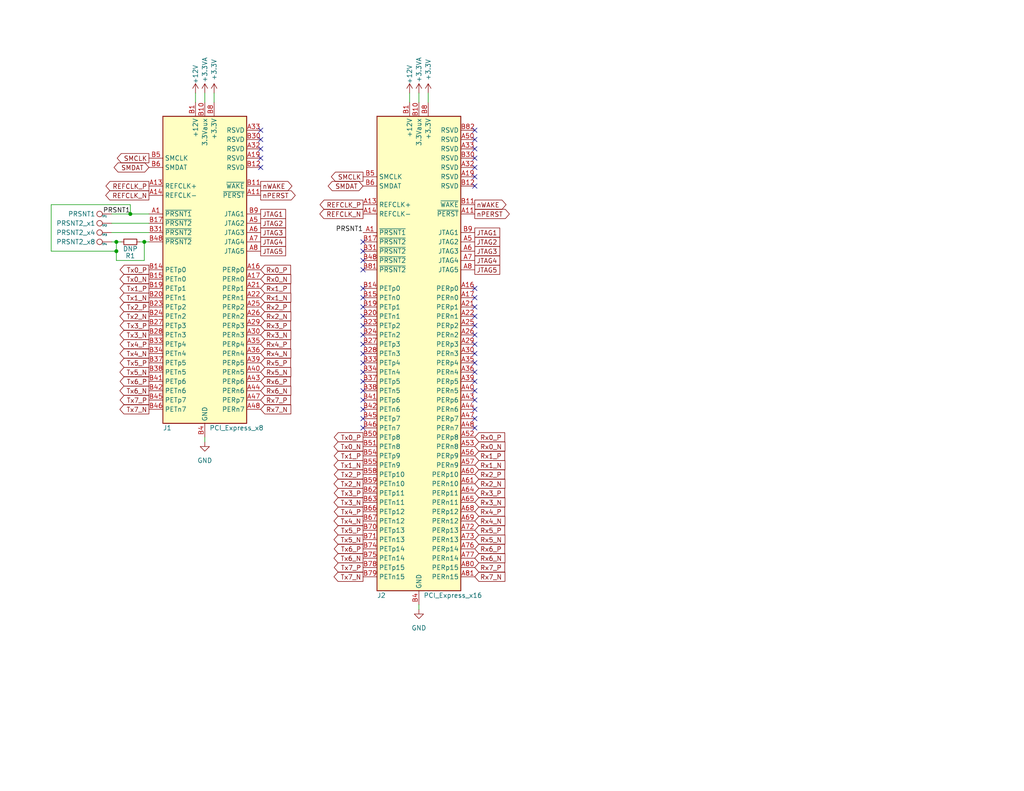
<source format=kicad_sch>
(kicad_sch (version 20230121) (generator eeschema)
  (paper "USLetter")
  (title_block (title "PCI-Express x8 Debifurcator") (rev "A") (company "mwrnd") (comment 1 "github.com/mwrnd/PCIe_x16-to-x8_Debifurcator") (comment 2 "PCIe x16-to-x8 Debifurcator"))
  (lib_symbols
    (symbol "Connector:Bus_PCI_Express_x16"
      (property "Reference" "J" (at -8.89 66.04 0))
      (property "Value" "Bus_PCI_Express_x16" (at 13.97 66.04 0))
      (symbol "Bus_PCI_Express_x16_0_1"
        (rectangle (start -11.43 64.77) (end 11.43 -64.77) (stroke (width 0.254)) (fill (type background)))
      )
      (symbol "Bus_PCI_Express_x16_1_1"
        (pin passive line (at -15.24 33.02 0) (length 3.81) (name "~{PRSNT1}") (number "A1"))
        (pin passive line (at 2.54 68.58 270) (length 3.81) hide (name "+3.3V") (number "A10"))
        (pin input line (at 15.24 38.1 180) (length 3.81) (name "~{PERST}") (number "A11"))
        (pin passive line (at 0 -68.58 90) (length 3.81) hide (name "GND") (number "A12"))
        (pin input line (at -15.24 40.64 0) (length 3.81) (name "REFCLK+") (number "A13"))
        (pin input line (at -15.24 38.1 0) (length 3.81) (name "REFCLK-") (number "A14"))
        (pin passive line (at 0 -68.58 90) (length 3.81) hide (name "GND") (number "A15"))
        (pin output line (at 15.24 17.78 180) (length 3.81) (name "PERp0") (number "A16"))
        (pin output line (at 15.24 15.24 180) (length 3.81) (name "PERn0") (number "A17"))
        (pin passive line (at 0 -68.58 90) (length 3.81) hide (name "GND") (number "A18"))
        (pin passive line (at 15.24 48.26 180) (length 3.81) (name "RSVD") (number "A19"))
        (pin passive line (at -2.54 68.58 270) (length 3.81) hide (name "+12V") (number "A2"))
        (pin passive line (at 0 -68.58 90) (length 3.81) hide (name "GND") (number "A20"))
        (pin output line (at 15.24 12.7 180) (length 3.81) (name "PERp1") (number "A21"))
        (pin output line (at 15.24 10.16 180) (length 3.81) (name "PERn1") (number "A22"))
        (pin passive line (at 0 -68.58 90) (length 3.81) hide (name "GND") (number "A23"))
        (pin passive line (at 0 -68.58 90) (length 3.81) hide (name "GND") (number "A24"))
        (pin output line (at 15.24 7.62 180) (length 3.81) (name "PERp2") (number "A25"))
        (pin output line (at 15.24 5.08 180) (length 3.81) (name "PERn2") (number "A26"))
        (pin passive line (at 0 -68.58 90) (length 3.81) hide (name "GND") (number "A27"))
        (pin passive line (at 0 -68.58 90) (length 3.81) hide (name "GND") (number "A28"))
        (pin output line (at 15.24 2.54 180) (length 3.81) (name "PERp3") (number "A29"))
        (pin passive line (at -2.54 68.58 270) (length 3.81) hide (name "+12V") (number "A3"))
        (pin output line (at 15.24 0 180) (length 3.81) (name "PERn3") (number "A30"))
        (pin passive line (at 0 -68.58 90) (length 3.81) hide (name "GND") (number "A31"))
        (pin passive line (at 15.24 50.8 180) (length 3.81) (name "RSVD") (number "A32"))
        (pin passive line (at 15.24 55.88 180) (length 3.81) (name "RSVD") (number "A33"))
        (pin passive line (at 0 -68.58 90) (length 3.81) hide (name "GND") (number "A34"))
        (pin output line (at 15.24 -2.54 180) (length 3.81) (name "PERp4") (number "A35"))
        (pin output line (at 15.24 -5.08 180) (length 3.81) (name "PERn4") (number "A36"))
        (pin passive line (at 0 -68.58 90) (length 3.81) hide (name "GND") (number "A37"))
        (pin passive line (at 0 -68.58 90) (length 3.81) hide (name "GND") (number "A38"))
        (pin output line (at 15.24 -7.62 180) (length 3.81) (name "PERp5") (number "A39"))
        (pin passive line (at 0 -68.58 90) (length 3.81) hide (name "GND") (number "A4"))
        (pin output line (at 15.24 -10.16 180) (length 3.81) (name "PERn5") (number "A40"))
        (pin passive line (at 0 -68.58 90) (length 3.81) hide (name "GND") (number "A41"))
        (pin passive line (at 0 -68.58 90) (length 3.81) hide (name "GND") (number "A42"))
        (pin output line (at 15.24 -12.7 180) (length 3.81) (name "PERp6") (number "A43"))
        (pin output line (at 15.24 -15.24 180) (length 3.81) (name "PERn6") (number "A44"))
        (pin passive line (at 0 -68.58 90) (length 3.81) hide (name "GND") (number "A45"))
        (pin passive line (at 0 -68.58 90) (length 3.81) hide (name "GND") (number "A46"))
        (pin output line (at 15.24 -17.78 180) (length 3.81) (name "PERp7") (number "A47"))
        (pin output line (at 15.24 -20.32 180) (length 3.81) (name "PERn7") (number "A48"))
        (pin passive line (at 0 -68.58 90) (length 3.81) hide (name "GND") (number "A49"))
        (pin input line (at 15.24 30.48 180) (length 3.81) (name "JTAG2") (number "A5"))
        (pin passive line (at 15.24 58.42 180) (length 3.81) (name "RSVD") (number "A50"))
        (pin passive line (at 0 -68.58 90) (length 3.81) hide (name "GND") (number "A51"))
        (pin output line (at 15.24 -22.86 180) (length 3.81) (name "PERp8") (number "A52"))
        (pin output line (at 15.24 -25.4 180) (length 3.81) (name "PERn8") (number "A53"))
        (pin passive line (at 0 -68.58 90) (length 3.81) hide (name "GND") (number "A54"))
        (pin passive line (at 0 -68.58 90) (length 3.81) hide (name "GND") (number "A55"))
        (pin output line (at 15.24 -27.94 180) (length 3.81) (name "PERp9") (number "A56"))
        (pin output line (at 15.24 -30.48 180) (length 3.81) (name "PERn9") (number "A57"))
        (pin passive line (at 0 -68.58 90) (length 3.81) hide (name "GND") (number "A58"))
        (pin passive line (at 0 -68.58 90) (length 3.81) hide (name "GND") (number "A59"))
        (pin input line (at 15.24 27.94 180) (length 3.81) (name "JTAG3") (number "A6"))
        (pin output line (at 15.24 -33.02 180) (length 3.81) (name "PERp10") (number "A60"))
        (pin output line (at 15.24 -35.56 180) (length 3.81) (name "PERn10") (number "A61"))
        (pin passive line (at 0 -68.58 90) (length 3.81) hide (name "GND") (number "A62"))
        (pin passive line (at 0 -68.58 90) (length 3.81) hide (name "GND") (number "A63"))
        (pin output line (at 15.24 -38.1 180) (length 3.81) (name "PERp11") (number "A64"))
        (pin output line (at 15.24 -40.64 180) (length 3.81) (name "PERn11") (number "A65"))
        (pin passive line (at 0 -68.58 90) (length 3.81) hide (name "GND") (number "A66"))
        (pin passive line (at 0 -68.58 90) (length 3.81) hide (name "GND") (number "A67"))
        (pin output line (at 15.24 -43.18 180) (length 3.81) (name "PERp12") (number "A68"))
        (pin output line (at 15.24 -45.72 180) (length 3.81) (name "PERn12") (number "A69"))
        (pin output line (at 15.24 25.4 180) (length 3.81) (name "JTAG4") (number "A7"))
        (pin passive line (at 0 -68.58 90) (length 3.81) hide (name "GND") (number "A70"))
        (pin passive line (at 0 -68.58 90) (length 3.81) hide (name "GND") (number "A71"))
        (pin output line (at 15.24 -48.26 180) (length 3.81) (name "PERp13") (number "A72"))
        (pin output line (at 15.24 -50.8 180) (length 3.81) (name "PERn13") (number "A73"))
        (pin passive line (at 0 -68.58 90) (length 3.81) hide (name "GND") (number "A74"))
        (pin passive line (at 0 -68.58 90) (length 3.81) hide (name "GND") (number "A75"))
        (pin output line (at 15.24 -53.34 180) (length 3.81) (name "PERp14") (number "A76"))
        (pin output line (at 15.24 -55.88 180) (length 3.81) (name "PERn14") (number "A77"))
        (pin passive line (at 0 -68.58 90) (length 3.81) hide (name "GND") (number "A78"))
        (pin passive line (at 0 -68.58 90) (length 3.81) hide (name "GND") (number "A79"))
        (pin input line (at 15.24 22.86 180) (length 3.81) (name "JTAG5") (number "A8"))
        (pin output line (at 15.24 -58.42 180) (length 3.81) (name "PERp15") (number "A80"))
        (pin output line (at 15.24 -60.96 180) (length 3.81) (name "PERn15") (number "A81"))
        (pin passive line (at 0 -68.58 90) (length 3.81) hide (name "GND") (number "A82"))
        (pin passive line (at 2.54 68.58 270) (length 3.81) hide (name "+3.3V") (number "A9"))
        (pin power_in line (at -2.54 68.58 270) (length 3.81) (name "+12V") (number "B1"))
        (pin power_in line (at 0 68.58 270) (length 3.81) (name "3.3Vaux") (number "B10"))
        (pin open_collector line (at 15.24 40.64 180) (length 3.81) (name "~{WAKE}") (number "B11"))
        (pin passive line (at 15.24 45.72 180) (length 3.81) (name "RSVD") (number "B12"))
        (pin passive line (at 0 -68.58 90) (length 3.81) hide (name "GND") (number "B13"))
        (pin input line (at -15.24 17.78 0) (length 3.81) (name "PETp0") (number "B14"))
        (pin input line (at -15.24 15.24 0) (length 3.81) (name "PETn0") (number "B15"))
        (pin passive line (at 0 -68.58 90) (length 3.81) hide (name "GND") (number "B16"))
        (pin passive line (at -15.24 30.48 0) (length 3.81) (name "~{PRSNT2}") (number "B17"))
        (pin passive line (at 0 -68.58 90) (length 3.81) hide (name "GND") (number "B18"))
        (pin input line (at -15.24 12.7 0) (length 3.81) (name "PETp1") (number "B19"))
        (pin passive line (at -2.54 68.58 270) (length 3.81) hide (name "+12V") (number "B2"))
        (pin input line (at -15.24 10.16 0) (length 3.81) (name "PETn1") (number "B20"))
        (pin passive line (at 0 -68.58 90) (length 3.81) hide (name "GND") (number "B21"))
        (pin passive line (at 0 -68.58 90) (length 3.81) hide (name "GND") (number "B22"))
        (pin input line (at -15.24 7.62 0) (length 3.81) (name "PETp2") (number "B23"))
        (pin input line (at -15.24 5.08 0) (length 3.81) (name "PETn2") (number "B24"))
        (pin passive line (at 0 -68.58 90) (length 3.81) hide (name "GND") (number "B25"))
        (pin passive line (at 0 -68.58 90) (length 3.81) hide (name "GND") (number "B26"))
        (pin input line (at -15.24 2.54 0) (length 3.81) (name "PETp3") (number "B27"))
        (pin input line (at -15.24 0 0) (length 3.81) (name "PETn3") (number "B28"))
        (pin passive line (at 0 -68.58 90) (length 3.81) hide (name "GND") (number "B29"))
        (pin passive line (at -2.54 68.58 270) (length 3.81) hide (name "+12V") (number "B3"))
        (pin passive line (at 15.24 53.34 180) (length 3.81) (name "RSVD") (number "B30"))
        (pin passive line (at -15.24 27.94 0) (length 3.81) (name "~{PRSNT2}") (number "B31"))
        (pin passive line (at 0 -68.58 90) (length 3.81) hide (name "GND") (number "B32"))
        (pin input line (at -15.24 -2.54 0) (length 3.81) (name "PETp4") (number "B33"))
        (pin input line (at -15.24 -5.08 0) (length 3.81) (name "PETn4") (number "B34"))
        (pin passive line (at 0 -68.58 90) (length 3.81) hide (name "GND") (number "B35"))
        (pin passive line (at 0 -68.58 90) (length 3.81) hide (name "GND") (number "B36"))
        (pin input line (at -15.24 -7.62 0) (length 3.81) (name "PETp5") (number "B37"))
        (pin input line (at -15.24 -10.16 0) (length 3.81) (name "PETn5") (number "B38"))
        (pin passive line (at 0 -68.58 90) (length 3.81) hide (name "GND") (number "B39"))
        (pin power_in line (at 0 -68.58 90) (length 3.81) (name "GND") (number "B4"))
        (pin passive line (at 0 -68.58 90) (length 3.81) hide (name "GND") (number "B40"))
        (pin input line (at -15.24 -12.7 0) (length 3.81) (name "PETp6") (number "B41"))
        (pin input line (at -15.24 -15.24 0) (length 3.81) (name "PETn6") (number "B42"))
        (pin passive line (at 0 -68.58 90) (length 3.81) hide (name "GND") (number "B43"))
        (pin passive line (at 0 -68.58 90) (length 3.81) hide (name "GND") (number "B44"))
        (pin input line (at -15.24 -17.78 0) (length 3.81) (name "PETp7") (number "B45"))
        (pin input line (at -15.24 -20.32 0) (length 3.81) (name "PETn7") (number "B46"))
        (pin passive line (at 0 -68.58 90) (length 3.81) hide (name "GND") (number "B47"))
        (pin passive line (at -15.24 25.4 0) (length 3.81) (name "~{PRSNT2}") (number "B48"))
        (pin passive line (at 0 -68.58 90) (length 3.81) hide (name "GND") (number "B49"))
        (pin input line (at -15.24 48.26 0) (length 3.81) (name "SMCLK") (number "B5"))
        (pin input line (at -15.24 -22.86 0) (length 3.81) (name "PETp8") (number "B50"))
        (pin input line (at -15.24 -25.4 0) (length 3.81) (name "PETn8") (number "B51"))
        (pin passive line (at 0 -68.58 90) (length 3.81) hide (name "GND") (number "B52"))
        (pin passive line (at 0 -68.58 90) (length 3.81) hide (name "GND") (number "B53"))
        (pin input line (at -15.24 -27.94 0) (length 3.81) (name "PETp9") (number "B54"))
        (pin input line (at -15.24 -30.48 0) (length 3.81) (name "PETn9") (number "B55"))
        (pin passive line (at 0 -68.58 90) (length 3.81) hide (name "GND") (number "B56"))
        (pin passive line (at 0 -68.58 90) (length 3.81) hide (name "GND") (number "B57"))
        (pin input line (at -15.24 -33.02 0) (length 3.81) (name "PETp10") (number "B58"))
        (pin input line (at -15.24 -35.56 0) (length 3.81) (name "PETn10") (number "B59"))
        (pin bidirectional line (at -15.24 45.72 0) (length 3.81) (name "SMDAT") (number "B6"))
        (pin passive line (at 0 -68.58 90) (length 3.81) hide (name "GND") (number "B60"))
        (pin passive line (at 0 -68.58 90) (length 3.81) hide (name "GND") (number "B61"))
        (pin input line (at -15.24 -38.1 0) (length 3.81) (name "PETp11") (number "B62"))
        (pin input line (at -15.24 -40.64 0) (length 3.81) (name "PETn11") (number "B63"))
        (pin passive line (at 0 -68.58 90) (length 3.81) hide (name "GND") (number "B64"))
        (pin passive line (at 0 -68.58 90) (length 3.81) hide (name "GND") (number "B65"))
        (pin input line (at -15.24 -43.18 0) (length 3.81) (name "PETp12") (number "B66"))
        (pin input line (at -15.24 -45.72 0) (length 3.81) (name "PETn12") (number "B67"))
        (pin passive line (at 0 -68.58 90) (length 3.81) hide (name "GND") (number "B68"))
        (pin passive line (at 0 -68.58 90) (length 3.81) hide (name "GND") (number "B69"))
        (pin passive line (at 0 -68.58 90) (length 3.81) hide (name "GND") (number "B7"))
        (pin input line (at -15.24 -48.26 0) (length 3.81) (name "PETp13") (number "B70"))
        (pin input line (at -15.24 -50.8 0) (length 3.81) (name "PETn13") (number "B71"))
        (pin passive line (at 0 -68.58 90) (length 3.81) hide (name "GND") (number "B72"))
        (pin passive line (at 0 -68.58 90) (length 3.81) hide (name "GND") (number "B73"))
        (pin input line (at -15.24 -53.34 0) (length 3.81) (name "PETp14") (number "B74"))
        (pin input line (at -15.24 -55.88 0) (length 3.81) (name "PETn14") (number "B75"))
        (pin passive line (at 0 -68.58 90) (length 3.81) hide (name "GND") (number "B76"))
        (pin passive line (at 0 -68.58 90) (length 3.81) hide (name "GND") (number "B77"))
        (pin input line (at -15.24 -58.42 0) (length 3.81) (name "PETp15") (number "B78"))
        (pin input line (at -15.24 -60.96 0) (length 3.81) (name "PETn15") (number "B79"))
        (pin power_in line (at 2.54 68.58 270) (length 3.81) (name "+3.3V") (number "B8"))
        (pin passive line (at 0 -68.58 90) (length 3.81) hide (name "GND") (number "B80"))
        (pin passive line (at -15.24 22.86 0) (length 3.81) (name "~{PRSNT2}") (number "B81"))
        (pin passive line (at 15.24 60.96 180) (length 3.81) (name "RSVD") (number "B82"))
        (pin input line (at 15.24 33.02 180) (length 3.81) (name "JTAG1") (number "B9"))
      )
    )
    (symbol "Connector:Bus_PCI_Express_x8"
      (property "Reference" "J1" (at -11.43 -43.18 0))
      (property "Value" "PCI_Express_x8" (at 1.27 -43.18 0))
      (symbol "Bus_PCI_Express_x8_0_1"
        (rectangle (start -11.43 41.91) (end 11.43 -41.91) (stroke (width 0.254)) (fill (type background)))
      )
      (symbol "Bus_PCI_Express_x8_1_1"
        (pin passive line (at -15.24 15.24 0) (length 3.81) (name "~{PRSNT1}") (number "A1"))
        (pin passive line (at 2.54 45.72 270) (length 3.81) hide (name "+3.3V") (number "A10"))
        (pin input line (at 15.24 20.32 180) (length 3.81) (name "~{PERST}") (number "A11"))
        (pin passive line (at 0 -45.72 90) (length 3.81) hide (name "GND") (number "A12"))
        (pin input line (at -15.24 22.86 0) (length 3.81) (name "REFCLK+") (number "A13"))
        (pin input line (at -15.24 20.32 0) (length 3.81) (name "REFCLK-") (number "A14"))
        (pin passive line (at 0 -45.72 90) (length 3.81) hide (name "GND") (number "A15"))
        (pin output line (at 15.24 0 180) (length 3.81) (name "PERp0") (number "A16"))
        (pin output line (at 15.24 -2.54 180) (length 3.81) (name "PERn0") (number "A17"))
        (pin passive line (at 0 -45.72 90) (length 3.81) hide (name "GND") (number "A18"))
        (pin passive line (at 15.24 30.48 180) (length 3.81) (name "RSVD") (number "A19"))
        (pin passive line (at -2.54 45.72 270) (length 3.81) hide (name "+12V") (number "A2"))
        (pin passive line (at 0 -45.72 90) (length 3.81) hide (name "GND") (number "A20"))
        (pin output line (at 15.24 -5.08 180) (length 3.81) (name "PERp1") (number "A21"))
        (pin output line (at 15.24 -7.62 180) (length 3.81) (name "PERn1") (number "A22"))
        (pin passive line (at 0 -45.72 90) (length 3.81) hide (name "GND") (number "A23"))
        (pin passive line (at 0 -45.72 90) (length 3.81) hide (name "GND") (number "A24"))
        (pin output line (at 15.24 -10.16 180) (length 3.81) (name "PERp2") (number "A25"))
        (pin output line (at 15.24 -12.7 180) (length 3.81) (name "PERn2") (number "A26"))
        (pin passive line (at 0 -45.72 90) (length 3.81) hide (name "GND") (number "A27"))
        (pin passive line (at 0 -45.72 90) (length 3.81) hide (name "GND") (number "A28"))
        (pin output line (at 15.24 -15.24 180) (length 3.81) (name "PERp3") (number "A29"))
        (pin passive line (at -2.54 45.72 270) (length 3.81) hide (name "+12V") (number "A3"))
        (pin output line (at 15.24 -17.78 180) (length 3.81) (name "PERn3") (number "A30"))
        (pin passive line (at 0 -45.72 90) (length 3.81) hide (name "GND") (number "A31"))
        (pin passive line (at 15.24 33.02 180) (length 3.81) (name "RSVD") (number "A32"))
        (pin passive line (at 15.24 38.1 180) (length 3.81) (name "RSVD") (number "A33"))
        (pin passive line (at 0 -45.72 90) (length 3.81) hide (name "GND") (number "A34"))
        (pin output line (at 15.24 -20.32 180) (length 3.81) (name "PERp4") (number "A35"))
        (pin output line (at 15.24 -22.86 180) (length 3.81) (name "PERn4") (number "A36"))
        (pin passive line (at 0 -45.72 90) (length 3.81) hide (name "GND") (number "A37"))
        (pin passive line (at 0 -45.72 90) (length 3.81) hide (name "GND") (number "A38"))
        (pin output line (at 15.24 -25.4 180) (length 3.81) (name "PERp5") (number "A39"))
        (pin passive line (at 0 -45.72 90) (length 3.81) hide (name "GND") (number "A4"))
        (pin output line (at 15.24 -27.94 180) (length 3.81) (name "PERn5") (number "A40"))
        (pin passive line (at 0 -45.72 90) (length 3.81) hide (name "GND") (number "A41"))
        (pin passive line (at 0 -45.72 90) (length 3.81) hide (name "GND") (number "A42"))
        (pin output line (at 15.24 -30.48 180) (length 3.81) (name "PERp6") (number "A43"))
        (pin output line (at 15.24 -33.02 180) (length 3.81) (name "PERn6") (number "A44"))
        (pin passive line (at 0 -45.72 90) (length 3.81) hide (name "GND") (number "A45"))
        (pin passive line (at 0 -45.72 90) (length 3.81) hide (name "GND") (number "A46"))
        (pin output line (at 15.24 -35.56 180) (length 3.81) (name "PERp7") (number "A47"))
        (pin output line (at 15.24 -38.1 180) (length 3.81) (name "PERn7") (number "A48"))
        (pin passive line (at 0 -45.72 90) (length 3.81) hide (name "GND") (number "A49"))
        (pin input line (at 15.24 12.7 180) (length 3.81) (name "JTAG2") (number "A5"))
        (pin input line (at 15.24 10.16 180) (length 3.81) (name "JTAG3") (number "A6"))
        (pin output line (at 15.24 7.62 180) (length 3.81) (name "JTAG4") (number "A7"))
        (pin input line (at 15.24 5.08 180) (length 3.81) (name "JTAG5") (number "A8"))
        (pin passive line (at 2.54 45.72 270) (length 3.81) hide (name "+3.3V") (number "A9"))
        (pin power_in line (at -2.54 45.72 270) (length 3.81) (name "+12V") (number "B1"))
        (pin power_in line (at 0 45.72 270) (length 3.81) (name "3.3Vaux") (number "B10"))
        (pin open_collector line (at 15.24 22.86 180) (length 3.81) (name "~{WAKE}") (number "B11"))
        (pin passive line (at 15.24 27.94 180) (length 3.81) (name "RSVD") (number "B12"))
        (pin passive line (at 0 -45.72 90) (length 3.81) hide (name "GND") (number "B13"))
        (pin input line (at -15.24 0 0) (length 3.81) (name "PETp0") (number "B14"))
        (pin input line (at -15.24 -2.54 0) (length 3.81) (name "PETn0") (number "B15"))
        (pin passive line (at 0 -45.72 90) (length 3.81) hide (name "GND") (number "B16"))
        (pin passive line (at -15.24 12.7 0) (length 3.81) (name "~{PRSNT2}") (number "B17"))
        (pin passive line (at 0 -45.72 90) (length 3.81) hide (name "GND") (number "B18"))
        (pin input line (at -15.24 -5.08 0) (length 3.81) (name "PETp1") (number "B19"))
        (pin passive line (at -2.54 45.72 270) (length 3.81) hide (name "+12V") (number "B2"))
        (pin input line (at -15.24 -7.62 0) (length 3.81) (name "PETn1") (number "B20"))
        (pin passive line (at 0 -45.72 90) (length 3.81) hide (name "GND") (number "B21"))
        (pin passive line (at 0 -45.72 90) (length 3.81) hide (name "GND") (number "B22"))
        (pin input line (at -15.24 -10.16 0) (length 3.81) (name "PETp2") (number "B23"))
        (pin input line (at -15.24 -12.7 0) (length 3.81) (name "PETn2") (number "B24"))
        (pin passive line (at 0 -45.72 90) (length 3.81) hide (name "GND") (number "B25"))
        (pin passive line (at 0 -45.72 90) (length 3.81) hide (name "GND") (number "B26"))
        (pin input line (at -15.24 -15.24 0) (length 3.81) (name "PETp3") (number "B27"))
        (pin input line (at -15.24 -17.78 0) (length 3.81) (name "PETn3") (number "B28"))
        (pin passive line (at 0 -45.72 90) (length 3.81) hide (name "GND") (number "B29"))
        (pin passive line (at -2.54 45.72 270) (length 3.81) hide (name "+12V") (number "B3"))
        (pin passive line (at 15.24 35.56 180) (length 3.81) (name "RSVD") (number "B30"))
        (pin passive line (at -15.24 10.16 0) (length 3.81) (name "~{PRSNT2}") (number "B31"))
        (pin passive line (at 0 -45.72 90) (length 3.81) hide (name "GND") (number "B32"))
        (pin input line (at -15.24 -20.32 0) (length 3.81) (name "PETp4") (number "B33"))
        (pin input line (at -15.24 -22.86 0) (length 3.81) (name "PETn4") (number "B34"))
        (pin passive line (at 0 -45.72 90) (length 3.81) hide (name "GND") (number "B35"))
        (pin passive line (at 0 -45.72 90) (length 3.81) hide (name "GND") (number "B36"))
        (pin input line (at -15.24 -25.4 0) (length 3.81) (name "PETp5") (number "B37"))
        (pin input line (at -15.24 -27.94 0) (length 3.81) (name "PETn5") (number "B38"))
        (pin passive line (at 0 -45.72 90) (length 3.81) hide (name "GND") (number "B39"))
        (pin power_out line (at 0 -45.72 90) (length 3.81) (name "GND") (number "B4"))
        (pin passive line (at 0 -45.72 90) (length 3.81) hide (name "GND") (number "B40"))
        (pin input line (at -15.24 -30.48 0) (length 3.81) (name "PETp6") (number "B41"))
        (pin input line (at -15.24 -33.02 0) (length 3.81) (name "PETn6") (number "B42"))
        (pin passive line (at 0 -45.72 90) (length 3.81) hide (name "GND") (number "B43"))
        (pin passive line (at 0 -45.72 90) (length 3.81) hide (name "GND") (number "B44"))
        (pin input line (at -15.24 -35.56 0) (length 3.81) (name "PETp7") (number "B45"))
        (pin input line (at -15.24 -38.1 0) (length 3.81) (name "PETn7") (number "B46"))
        (pin passive line (at 0 -45.72 90) (length 3.81) hide (name "GND") (number "B47"))
        (pin passive line (at -15.24 7.62 0) (length 3.81) (name "~{PRSNT2}") (number "B48"))
        (pin passive line (at 0 -45.72 90) (length 3.81) hide (name "GND") (number "B49"))
        (pin input line (at -15.24 30.48 0) (length 3.81) (name "SMCLK") (number "B5"))
        (pin bidirectional line (at -15.24 27.94 0) (length 3.81) (name "SMDAT") (number "B6"))
        (pin passive line (at 0 -45.72 90) (length 3.81) hide (name "GND") (number "B7"))
        (pin power_out line (at 2.54 45.72 270) (length 3.81) (name "+3.3V") (number "B8"))
        (pin input line (at 15.24 15.24 180) (length 3.81) (name "JTAG1") (number "B9"))
      )
    )
    (symbol "Connector:TestPoint" (pin_numbers hide) (pin_names (offset 0.762) hide)
      (property "Reference" "TP" (at 0 6.858 0))
      (property "Value" "TestPoint" (at 0 5.08 0))
      (symbol "TestPoint_0_1"
        (circle (center 0 3.302) (radius 0.762))
      )
      (symbol "TestPoint_1_1"
        (pin passive line (at 0 0 90) (length 2.54) (name "1") (number "1"))
      )
    )
    (symbol "Device:R_Small" (pin_numbers hide) (pin_names (offset 0.254) hide)
      (property "Reference" "R" (at 0.762 0.508 0))
      (property "Value" "R_Small" (at 0.762 -1.016 0))
      (symbol "R_Small_0_1"
        (rectangle (start -0.762 1.778) (end 0.762 -1.778) (stroke (width 0.2032)))
      )
      (symbol "R_Small_1_1"
        (pin passive line (at 0 2.54 270) (length 0.762) (name "~") (number "1"))
        (pin passive line (at 0 -2.54 90) (length 0.762) (name "~") (number "2"))
      )
    )
    (symbol "power:+12V" (power) (pin_names (offset 0))
      (property "Value" "+12V" (at 0 3.556 0))
      (symbol "+12V_0_1"
        (polyline (pts (xy -0.762 1.27) (xy 0 2.54)))
        (polyline (pts (xy 0 0) (xy 0 2.54)))
        (polyline (pts (xy 0 2.54) (xy 0.762 1.27)))
      )
      (symbol "+12V_1_1"
        (pin power_in line (at 0 0 90) (length 0) hide (name "+12V") (number "1"))
      )
    )
    (symbol "power:+3.3V" (power) (pin_names (offset 0))
      (property "Value" "+3.3V" (at 0 3.556 0))
      (symbol "+3.3V_0_1"
        (polyline (pts (xy -0.762 1.27) (xy 0 2.54)))
        (polyline (pts (xy 0 0) (xy 0 2.54)))
        (polyline (pts (xy 0 2.54) (xy 0.762 1.27)))
      )
      (symbol "+3.3V_1_1"
        (pin power_in line (at 0 0 90) (length 0) hide (name "+3.3V") (number "1"))
      )
    )
    (symbol "power:+3.3VA" (power) (pin_names (offset 0))
      (property "Value" "+3.3VA" (at 0 3.556 0))
      (symbol "+3.3VA_0_1"
        (polyline (pts (xy -0.762 1.27) (xy 0 2.54)))
        (polyline (pts (xy 0 0) (xy 0 2.54)))
        (polyline (pts (xy 0 2.54) (xy 0.762 1.27)))
      )
      (symbol "+3.3VA_1_1"
        (pin power_in line (at 0 0 90) (length 0) hide (name "+3.3VA") (number "1"))
      )
    )
    (symbol "power:GND" (power) (pin_names (offset 0))
      (property "Value" "GND" (at 0 -3.81 0))
      (symbol "GND_0_1"
        (polyline (pts (xy 0 0) (xy 0 -1.27) (xy 1.27 -1.27) (xy 0 -2.54) (xy -1.27 -1.27) (xy 0 -1.27)))
      )
      (symbol "GND_1_1"
        (pin power_in line (at 0 0 270) (length 0) hide (name "GND") (number "1"))
      )
    )
  )
  (junction (at 35.56 58.42))
  (junction (at 31.75 68.58))
  (junction (at 31.75 66.04))
  (junction (at 39.37 66.04))
  (no_connect (at 99.06 91.44))
  (no_connect (at 129.54 116.84))
  (no_connect (at 129.54 104.14))
  (no_connect (at 129.54 101.6))
  (no_connect (at 99.06 106.68))
  (no_connect (at 129.54 86.36))
  (no_connect (at 129.54 48.26))
  (no_connect (at 99.06 81.28))
  (no_connect (at 129.54 35.56))
  (no_connect (at 129.54 109.22))
  (no_connect (at 99.06 114.3))
  (no_connect (at 99.06 111.76))
  (no_connect (at 129.54 111.76))
  (no_connect (at 71.12 43.18))
  (no_connect (at 99.06 104.14))
  (no_connect (at 129.54 40.64))
  (no_connect (at 99.06 86.36))
  (no_connect (at 99.06 68.58))
  (no_connect (at 129.54 114.3))
  (no_connect (at 99.06 116.84))
  (no_connect (at 129.54 45.72))
  (no_connect (at 129.54 38.1))
  (no_connect (at 99.06 93.98))
  (no_connect (at 99.06 101.6))
  (no_connect (at 129.54 81.28))
  (no_connect (at 129.54 91.44))
  (no_connect (at 129.54 96.52))
  (no_connect (at 129.54 88.9))
  (no_connect (at 129.54 83.82))
  (no_connect (at 129.54 50.8))
  (no_connect (at 99.06 83.82))
  (no_connect (at 129.54 99.06))
  (no_connect (at 129.54 93.98))
  (no_connect (at 129.54 43.18))
  (no_connect (at 99.06 71.12))
  (no_connect (at 71.12 45.72))
  (no_connect (at 99.06 78.74))
  (no_connect (at 129.54 106.68))
  (no_connect (at 99.06 96.52))
  (no_connect (at 99.06 66.04))
  (no_connect (at 71.12 38.1))
  (no_connect (at 99.06 99.06))
  (no_connect (at 71.12 40.64))
  (no_connect (at 99.06 73.66))
  (no_connect (at 99.06 88.9))
  (no_connect (at 129.54 78.74))
  (no_connect (at 99.06 109.22))
  (no_connect (at 71.12 35.56))
  (wire (pts (xy 31.75 71.12) (xy 39.37 71.12)))
  (wire (pts (xy 30.48 63.5) (xy 40.64 63.5)))
  (wire (pts (xy 30.48 66.04) (xy 31.75 66.04)))
  (wire (pts (xy 31.75 66.04) (xy 31.75 68.58)))
  (wire (pts (xy 31.75 68.58) (xy 31.75 71.12)))
  (wire (pts (xy 35.56 58.42) (xy 40.64 58.42)))
  (wire (pts (xy 13.97 55.88) (xy 13.97 68.58)))
  (wire (pts (xy 114.3 165.1) (xy 114.3 166.37)))
  (wire (pts (xy 38.1 66.04) (xy 39.37 66.04)))
  (wire (pts (xy 58.42 25.4) (xy 58.42 27.94)))
  (wire (pts (xy 111.76 25.4) (xy 111.76 27.94)))
  (wire (pts (xy 30.48 60.96) (xy 40.64 60.96)))
  (wire (pts (xy 30.48 58.42) (xy 35.56 58.42)))
  (wire (pts (xy 55.88 119.38) (xy 55.88 120.65)))
  (wire (pts (xy 114.3 25.4) (xy 114.3 27.94)))
  (wire (pts (xy 53.34 25.4) (xy 53.34 27.94)))
  (wire (pts (xy 39.37 66.04) (xy 40.64 66.04)))
  (wire (pts (xy 55.88 25.4) (xy 55.88 27.94)))
  (wire (pts (xy 13.97 68.58) (xy 31.75 68.58)))
  (wire (pts (xy 31.75 66.04) (xy 33.02 66.04)))
  (wire (pts (xy 35.56 58.42) (xy 35.56 55.88)))
  (wire (pts (xy 35.56 55.88) (xy 13.97 55.88)))
  (wire (pts (xy 116.84 25.4) (xy 116.84 27.94)))
  (wire (pts (xy 39.37 71.12) (xy 39.37 66.04)))
  (label "PRSNT1" (at 99.06 63.5 180))
  (label "PRSNT1" (at 35.56 58.42 180))
  (global_label "Rx7_N" (shape input) (at 71.12 111.76 0) (property "Intersheetrefs" "${INTERSHEET_REFS}" (effects hide)))
  (global_label "Rx2_P" (shape input) (at 71.12 83.82 0) (property "Intersheetrefs" "${INTERSHEET_REFS}" (effects hide)))
  (global_label "Rx3_N" (shape input) (at 129.54 137.16 0) (property "Intersheetrefs" "${INTERSHEET_REFS}" (effects hide)))
  (global_label "Tx2_P" (shape output) (at 99.06 129.54 180) (property "Intersheetrefs" "${INTERSHEET_REFS}" (effects hide)))
  (global_label "Rx5_P" (shape input) (at 129.54 144.78 0) (property "Intersheetrefs" "${INTERSHEET_REFS}" (effects hide)))
  (global_label "Rx1_P" (shape input) (at 71.12 78.74 0) (property "Intersheetrefs" "${INTERSHEET_REFS}" (effects hide)))
  (global_label "JTAG4" (shape passive) (at 71.12 66.04 0) (property "Intersheetrefs" "${INTERSHEET_REFS}" (effects hide)))
  (global_label "Rx4_N" (shape input) (at 129.54 142.24 0) (property "Intersheetrefs" "${INTERSHEET_REFS}" (effects hide)))
  (global_label "Rx5_N" (shape input) (at 129.54 147.32 0) (property "Intersheetrefs" "${INTERSHEET_REFS}" (effects hide)))
  (global_label "Rx7_P" (shape input) (at 129.54 154.94 0) (property "Intersheetrefs" "${INTERSHEET_REFS}" (effects hide)))
  (global_label "Tx7_P" (shape output) (at 40.64 109.22 180) (property "Intersheetrefs" "${INTERSHEET_REFS}" (effects hide)))
  (global_label "Tx1_P" (shape output) (at 40.64 78.74 180) (property "Intersheetrefs" "${INTERSHEET_REFS}" (effects hide)))
  (global_label "Rx0_N" (shape input) (at 71.12 76.2 0) (property "Intersheetrefs" "${INTERSHEET_REFS}" (effects hide)))
  (global_label "Tx1_P" (shape output) (at 99.06 124.46 180) (property "Intersheetrefs" "${INTERSHEET_REFS}" (effects hide)))
  (global_label "Rx2_N" (shape input) (at 71.12 86.36 0) (property "Intersheetrefs" "${INTERSHEET_REFS}" (effects hide)))
  (global_label "JTAG3" (shape passive) (at 71.12 63.5 0) (property "Intersheetrefs" "${INTERSHEET_REFS}" (effects hide)))
  (global_label "Tx6_P" (shape output) (at 99.06 149.86 180) (property "Intersheetrefs" "${INTERSHEET_REFS}" (effects hide)))
  (global_label "Rx0_P" (shape input) (at 129.54 119.38 0) (property "Intersheetrefs" "${INTERSHEET_REFS}" (effects hide)))
  (global_label "Tx5_P" (shape output) (at 40.64 99.06 180) (property "Intersheetrefs" "${INTERSHEET_REFS}" (effects hide)))
  (global_label "JTAG2" (shape passive) (at 129.54 66.04 0) (property "Intersheetrefs" "${INTERSHEET_REFS}" (effects hide)))
  (global_label "SMCLK" (shape output) (at 99.06 48.26 180) (property "Intersheetrefs" "${INTERSHEET_REFS}" (effects hide)))
  (global_label "Tx2_N" (shape output) (at 99.06 132.08 180) (property "Intersheetrefs" "${INTERSHEET_REFS}" (effects hide)))
  (global_label "Rx7_N" (shape input) (at 129.54 157.48 0) (property "Intersheetrefs" "${INTERSHEET_REFS}" (effects hide)))
  (global_label "JTAG5" (shape passive) (at 71.12 68.58 0) (property "Intersheetrefs" "${INTERSHEET_REFS}" (effects hide)))
  (global_label "Tx4_P" (shape output) (at 99.06 139.7 180) (property "Intersheetrefs" "${INTERSHEET_REFS}" (effects hide)))
  (global_label "Tx4_P" (shape output) (at 40.64 93.98 180) (property "Intersheetrefs" "${INTERSHEET_REFS}" (effects hide)))
  (global_label "Rx1_N" (shape input) (at 71.12 81.28 0) (property "Intersheetrefs" "${INTERSHEET_REFS}" (effects hide)))
  (global_label "Rx3_P" (shape input) (at 129.54 134.62 0) (property "Intersheetrefs" "${INTERSHEET_REFS}" (effects hide)))
  (global_label "Tx6_N" (shape output) (at 99.06 152.4 180) (property "Intersheetrefs" "${INTERSHEET_REFS}" (effects hide)))
  (global_label "Tx6_N" (shape output) (at 40.64 106.68 180) (property "Intersheetrefs" "${INTERSHEET_REFS}" (effects hide)))
  (global_label "Tx3_P" (shape output) (at 40.64 88.9 180) (property "Intersheetrefs" "${INTERSHEET_REFS}" (effects hide)))
  (global_label "Rx5_P" (shape input) (at 71.12 99.06 0) (property "Intersheetrefs" "${INTERSHEET_REFS}" (effects hide)))
  (global_label "Tx3_N" (shape output) (at 99.06 137.16 180) (property "Intersheetrefs" "${INTERSHEET_REFS}" (effects hide)))
  (global_label "Tx7_N" (shape output) (at 99.06 157.48 180) (property "Intersheetrefs" "${INTERSHEET_REFS}" (effects hide)))
  (global_label "nPERST" (shape output) (at 71.12 53.34 0) (property "Intersheetrefs" "${INTERSHEET_REFS}" (effects hide)))
  (global_label "Rx2_P" (shape input) (at 129.54 129.54 0) (property "Intersheetrefs" "${INTERSHEET_REFS}" (effects hide)))
  (global_label "Rx4_P" (shape input) (at 129.54 139.7 0) (property "Intersheetrefs" "${INTERSHEET_REFS}" (effects hide)))
  (global_label "Rx6_N" (shape input) (at 71.12 106.68 0) (property "Intersheetrefs" "${INTERSHEET_REFS}" (effects hide)))
  (global_label "Tx0_P" (shape output) (at 99.06 119.38 180) (property "Intersheetrefs" "${INTERSHEET_REFS}" (effects hide)))
  (global_label "nWAKE" (shape output) (at 71.12 50.8 0) (property "Intersheetrefs" "${INTERSHEET_REFS}" (effects hide)))
  (global_label "Rx6_N" (shape input) (at 129.54 152.4 0) (property "Intersheetrefs" "${INTERSHEET_REFS}" (effects hide)))
  (global_label "Tx4_N" (shape output) (at 40.64 96.52 180) (property "Intersheetrefs" "${INTERSHEET_REFS}" (effects hide)))
  (global_label "nWAKE" (shape output) (at 129.54 55.88 0) (property "Intersheetrefs" "${INTERSHEET_REFS}" (effects hide)))
  (global_label "Rx5_N" (shape input) (at 71.12 101.6 0) (property "Intersheetrefs" "${INTERSHEET_REFS}" (effects hide)))
  (global_label "Rx0_P" (shape input) (at 71.12 73.66 0) (property "Intersheetrefs" "${INTERSHEET_REFS}" (effects hide)))
  (global_label "JTAG1" (shape passive) (at 129.54 63.5 0) (property "Intersheetrefs" "${INTERSHEET_REFS}" (effects hide)))
  (global_label "Rx2_N" (shape input) (at 129.54 132.08 0) (property "Intersheetrefs" "${INTERSHEET_REFS}" (effects hide)))
  (global_label "Tx7_P" (shape output) (at 99.06 154.94 180) (property "Intersheetrefs" "${INTERSHEET_REFS}" (effects hide)))
  (global_label "Tx4_N" (shape output) (at 99.06 142.24 180) (property "Intersheetrefs" "${INTERSHEET_REFS}" (effects hide)))
  (global_label "Tx2_P" (shape output) (at 40.64 83.82 180) (property "Intersheetrefs" "${INTERSHEET_REFS}" (effects hide)))
  (global_label "Tx5_N" (shape output) (at 99.06 147.32 180) (property "Intersheetrefs" "${INTERSHEET_REFS}" (effects hide)))
  (global_label "JTAG1" (shape passive) (at 71.12 58.42 0) (property "Intersheetrefs" "${INTERSHEET_REFS}" (effects hide)))
  (global_label "Tx6_P" (shape output) (at 40.64 104.14 180) (property "Intersheetrefs" "${INTERSHEET_REFS}" (effects hide)))
  (global_label "Tx2_N" (shape output) (at 40.64 86.36 180) (property "Intersheetrefs" "${INTERSHEET_REFS}" (effects hide)))
  (global_label "nPERST" (shape output) (at 129.54 58.42 0) (property "Intersheetrefs" "${INTERSHEET_REFS}" (effects hide)))
  (global_label "REFCLK_P" (shape output) (at 40.64 50.8 180) (property "Intersheetrefs" "${INTERSHEET_REFS}" (effects hide)))
  (global_label "SMCLK" (shape output) (at 40.64 43.18 180) (property "Intersheetrefs" "${INTERSHEET_REFS}" (effects hide)))
  (global_label "JTAG4" (shape passive) (at 129.54 71.12 0) (property "Intersheetrefs" "${INTERSHEET_REFS}" (effects hide)))
  (global_label "Tx0_P" (shape output) (at 40.64 73.66 180) (property "Intersheetrefs" "${INTERSHEET_REFS}" (effects hide)))
  (global_label "Tx1_N" (shape output) (at 40.64 81.28 180) (property "Intersheetrefs" "${INTERSHEET_REFS}" (effects hide)))
  (global_label "Rx7_P" (shape input) (at 71.12 109.22 0) (property "Intersheetrefs" "${INTERSHEET_REFS}" (effects hide)))
  (global_label "Rx3_P" (shape input) (at 71.12 88.9 0) (property "Intersheetrefs" "${INTERSHEET_REFS}" (effects hide)))
  (global_label "Rx0_N" (shape input) (at 129.54 121.92 0) (property "Intersheetrefs" "${INTERSHEET_REFS}" (effects hide)))
  (global_label "JTAG2" (shape passive) (at 71.12 60.96 0) (property "Intersheetrefs" "${INTERSHEET_REFS}" (effects hide)))
  (global_label "Rx6_P" (shape input) (at 129.54 149.86 0) (property "Intersheetrefs" "${INTERSHEET_REFS}" (effects hide)))
  (global_label "Tx7_N" (shape output) (at 40.64 111.76 180) (property "Intersheetrefs" "${INTERSHEET_REFS}" (effects hide)))
  (global_label "Rx3_N" (shape input) (at 71.12 91.44 0) (property "Intersheetrefs" "${INTERSHEET_REFS}" (effects hide)))
  (global_label "Rx1_N" (shape input) (at 129.54 127 0) (property "Intersheetrefs" "${INTERSHEET_REFS}" (effects hide)))
  (global_label "Tx1_N" (shape output) (at 99.06 127 180) (property "Intersheetrefs" "${INTERSHEET_REFS}" (effects hide)))
  (global_label "Tx5_P" (shape output) (at 99.06 144.78 180) (property "Intersheetrefs" "${INTERSHEET_REFS}" (effects hide)))
  (global_label "Rx1_P" (shape input) (at 129.54 124.46 0) (property "Intersheetrefs" "${INTERSHEET_REFS}" (effects hide)))
  (global_label "Rx4_N" (shape input) (at 71.12 96.52 0) (property "Intersheetrefs" "${INTERSHEET_REFS}" (effects hide)))
  (global_label "Tx0_N" (shape output) (at 99.06 121.92 180) (property "Intersheetrefs" "${INTERSHEET_REFS}" (effects hide)))
  (global_label "Rx6_P" (shape input) (at 71.12 104.14 0) (property "Intersheetrefs" "${INTERSHEET_REFS}" (effects hide)))
  (global_label "SMDAT" (shape bidirectional) (at 40.64 45.72 180) (property "Intersheetrefs" "${INTERSHEET_REFS}" (effects hide)))
  (global_label "JTAG5" (shape passive) (at 129.54 73.66 0) (property "Intersheetrefs" "${INTERSHEET_REFS}" (effects hide)))
  (global_label "Tx3_P" (shape output) (at 99.06 134.62 180) (property "Intersheetrefs" "${INTERSHEET_REFS}" (effects hide)))
  (global_label "JTAG3" (shape passive) (at 129.54 68.58 0) (property "Intersheetrefs" "${INTERSHEET_REFS}" (effects hide)))
  (global_label "Tx0_N" (shape output) (at 40.64 76.2 180) (property "Intersheetrefs" "${INTERSHEET_REFS}" (effects hide)))
  (global_label "SMDAT" (shape bidirectional) (at 99.06 50.8 180) (property "Intersheetrefs" "${INTERSHEET_REFS}" (effects hide)))
  (global_label "Tx3_N" (shape output) (at 40.64 91.44 180) (property "Intersheetrefs" "${INTERSHEET_REFS}" (effects hide)))
  (global_label "REFCLK_N" (shape output) (at 40.64 53.34 180) (property "Intersheetrefs" "${INTERSHEET_REFS}" (effects hide)))
  (global_label "Rx4_P" (shape input) (at 71.12 93.98 0) (property "Intersheetrefs" "${INTERSHEET_REFS}" (effects hide)))
  (global_label "REFCLK_P" (shape output) (at 99.06 55.88 180) (property "Intersheetrefs" "${INTERSHEET_REFS}" (effects hide)))
  (global_label "Tx5_N" (shape output) (at 40.64 101.6 180) (property "Intersheetrefs" "${INTERSHEET_REFS}" (effects hide)))
  (global_label "REFCLK_N" (shape output) (at 99.06 58.42 180) (property "Intersheetrefs" "${INTERSHEET_REFS}" (effects hide)))
  (symbol (lib_id "power:+3.3VA") (at 55.88 25.4 0) (unit 1)
    (property "Reference" "#PWR01" (effects hide))
    (property "Value" "+3.3VA" (at 55.88 19.05 90))
  )
  (symbol (lib_id "power:GND") (at 55.88 120.65 0) (unit 1)
    (property "Reference" "#PWR0101" (effects hide))
    (property "Value" "GND" (at 55.88 125.73 0))
  )
  (symbol (lib_id "power:+12V") (at 53.34 25.4 0) (unit 1)
    (property "Reference" "#PWR02" (effects hide))
    (property "Value" "+12V" (at 53.34 20.32 90))
  )
  (symbol (lib_id "Connector:TestPoint") (at 30.48 60.96 90) (unit 1)
    (property "Reference" "TP2" (at 29.21 61.595 90) (effects (font (size 0.5 0.5)) (justify left)))
    (property "Value" "PRSNT2_x1" (at 26.035 60.96 90) (effects (justify left)))
    (property "Footprint" "Connector_PinHeader_1.00mm:PinHeader_1x01_P1.00mm_Vertical" (effects hide))
  )
  (symbol (lib_id "power:+3.3VA") (at 114.3 25.4 0) (unit 1)
    (property "Reference" "#PWR05" (effects hide))
    (property "Value" "+3.3VA" (at 114.3 19.05 90))
  )
  (symbol (lib_id "Connector:TestPoint") (at 30.48 58.42 90) (unit 1)
    (property "Reference" "TP1" (at 29.21 59.055 90) (effects (font (size 0.5 0.5)) (justify left)))
    (property "Value" "PRSNT1" (at 26.035 58.42 90) (effects (justify left)))
    (property "Footprint" "Connector_PinHeader_1.00mm:PinHeader_1x01_P1.00mm_Vertical" (effects hide))
  )
  (symbol (lib_id "Connector:TestPoint") (at 30.48 63.5 90) (unit 1)
    (property "Reference" "TP3" (at 29.21 64.135 90) (effects (font (size 0.5 0.5)) (justify left)))
    (property "Value" "PRSNT2_x4" (at 26.035 63.5 90) (effects (justify left)))
    (property "Footprint" "Connector_PinHeader_1.00mm:PinHeader_1x01_P1.00mm_Vertical" (effects hide))
  )
  (symbol (lib_id "power:+3.3V") (at 116.84 25.4 0) (unit 1)
    (property "Reference" "#PWR07" (effects hide))
    (property "Value" "+3.3V" (at 116.84 19.05 90))
  )
  (symbol (lib_id "power:GND") (at 114.3 166.37 0) (unit 1)
    (property "Reference" "#PWR06" (effects hide))
    (property "Value" "GND" (at 114.3 171.45 0))
  )
  (symbol (lib_id "power:+12V") (at 111.76 25.4 0) (unit 1)
    (property "Reference" "#PWR04" (effects hide))
    (property "Value" "+12V" (at 111.76 20.32 90))
  )
  (symbol (lib_id "Connector:Bus_PCI_Express_x8") (at 55.88 73.66 0) (unit 1)
    (property "Reference" "J1" (at 44.45 116.84 0) (effects (justify left)))
    (property "Value" "PCI_Express_x8" (at 57.15 116.84 0) (effects (justify left)))
    (property "Footprint" "Connector_PCBEdge:BUS_PCIexpress_x8" (effects hide))
    (property "Datasheet" "ritrontek 20161026105231124.pdf Page63" (effects hide))
  )
  (symbol (lib_id "power:+3.3V") (at 58.42 25.4 0) (unit 1)
    (property "Reference" "#PWR03" (effects hide))
    (property "Value" "+3.3V" (at 58.42 19.05 90))
  )
  (symbol (lib_id "Connector:Bus_PCI_Express_x16") (at 114.3 96.52 0) (unit 1)
    (property "Reference" "J2" (at 102.87 162.56 0) (effects (justify left)))
    (property "Value" "PCI_Express_x16" (at 115.57 162.56 0) (effects (justify left)))
    (property "Footprint" "Connector_PCBEdge:BUS_PCIexpress_x16" (effects hide))
    (property "Datasheet" "http://www.ritrontek.com/uploadfile/2016/1026/20161026105231124.pdf#page=63" (effects hide))
  )
  (symbol (lib_id "Connector:TestPoint") (at 30.48 66.04 90) (unit 1)
    (property "Reference" "TP4" (at 29.21 66.675 90) (effects (font (size 0.5 0.5)) (justify left)))
    (property "Value" "PRSNT2_x8" (at 26.035 66.04 90) (effects (justify left)))
    (property "Footprint" "Connector_PinHeader_1.00mm:PinHeader_1x01_P1.00mm_Vertical" (effects hide))
  )
  (symbol (lib_id "Device:R_Small") (at 35.56 66.04 90) (unit 1)
    (property "Reference" "R1" (at 35.56 69.85 90))
    (property "Value" "DNP" (at 35.56 67.945 90))
    (property "Footprint" "Resistor_SMD:R_0603_1608Metric" (effects hide))
  )
)
</source>
